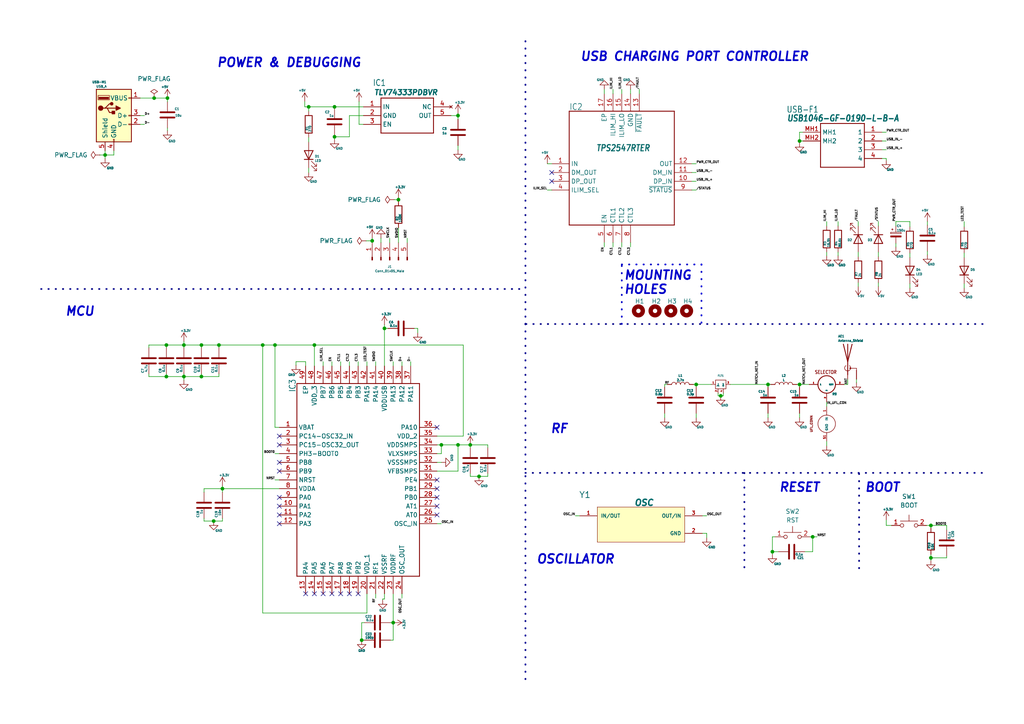
<source format=kicad_sch>
(kicad_sch (version 20211123) (generator eeschema)
  (paper "A4")
  (title_block (title "CABS") (date "2024-09-14") (company "VMTech") (comment 1 "Vaneck DJOU'OU MVONDO") (comment 3 "Charge Abort Bluetooth System"))
  (junction (at 53.34 109.22))
  (junction (at 115.57 57.912))
  (junction (at 48.26 109.22))
  (junction (at 270.002 161.798))
  (junction (at 63.5 100.076))
  (junction (at 104.902 185.674))
  (junction (at 44.704 28.448))
  (junction (at 61.976 151.13))
  (junction (at 224.028 160.02))
  (junction (at 97.028 39.6748))
  (junction (at 91.186 100.076))
  (junction (at 132.842 129.032))
  (junction (at 107.95 69.85))
  (junction (at 64.516 141.732))
  (junction (at 114.046 180.594))
  (junction (at 30.48 44.958))
  (junction (at 136.398 129.032))
  (junction (at 76.2 100.076))
  (junction (at 222.758 111.506))
  (junction (at 53.34 100.076))
  (junction (at 231.902 111.506))
  (junction (at 48.5648 28.448))
  (junction (at 128.016 129.032))
  (junction (at 58.42 100.076))
  (junction (at 48.26 100.076))
  (junction (at 111.506 95.25))
  (junction (at 89.535 30.988))
  (junction (at 231.902 40.894))
  (junction (at 138.938 138.176))
  (junction (at 58.42 109.22))
  (junction (at 97.028 30.988))
  (junction (at 201.93 111.506))
  (junction (at 79.756 100.076))
  (junction (at 270.002 152.4))
  (junction (at 209.042 114.808))
  (junction (at 132.842 33.528))
  (junction (at 235.712 155.702))
  (no_connect (at 81.026 149.352))
  (no_connect (at 91.186 172.212))
  (no_connect (at 81.026 126.492))
  (no_connect (at 81.026 136.652))
  (no_connect (at 126.746 146.812))
  (no_connect (at 126.746 144.272))
  (no_connect (at 88.646 172.212))
  (no_connect (at 81.026 134.112))
  (no_connect (at 126.746 123.952))
  (no_connect (at 81.026 129.032))
  (no_connect (at 93.726 172.212))
  (no_connect (at 101.346 172.212))
  (no_connect (at 81.026 151.892))
  (no_connect (at 126.746 141.732))
  (no_connect (at 98.806 172.212))
  (no_connect (at 81.026 144.272))
  (no_connect (at 160.02 50.038))
  (no_connect (at 126.746 149.352))
  (no_connect (at 126.746 139.192))
  (no_connect (at 103.886 172.212))
  (no_connect (at 81.026 146.812))
  (no_connect (at 96.266 172.212))
  (no_connect (at 160.02 52.578))
  (wire (pts (xy 239.776 64.262) (xy 239.776 65.532)))
  (wire (pts (xy 97.028 39.6748) (xy 97.028 40.4368)))
  (wire (pts (xy 132.842 129.032) (xy 128.016 129.032)))
  (polyline (pts (xy 203.454 76.708) (xy 203.454 93.98)) (stroke (width 0.5) (type dot)))
  (wire (pts (xy 104.14 29.464) (xy 104.14 36.068)))
  (wire (pts (xy 231.902 40.894) (xy 231.902 41.402)))
  (wire (pts (xy 58.42 109.22) (xy 63.5 109.22)))
  (wire (pts (xy 222.758 119.888) (xy 222.758 121.158)))
  (wire (pts (xy 177.8 70.358) (xy 177.8 71.628)))
  (polyline (pts (xy 152.4 93.98) (xy 152.4 197.866)) (stroke (width 0.5) (type dot) (color 0 0 132 1)))
  (wire (pts (xy 235.712 160.02) (xy 233.426 160.02)))
  (wire (pts (xy 175.26 25.908) (xy 175.26 27.178)))
  (wire (pts (xy 200.66 47.498) (xy 201.93 47.498)))
  (wire (pts (xy 30.48 43.688) (xy 30.48 44.958)))
  (wire (pts (xy 53.34 100.076) (xy 53.34 100.838)))
  (wire (pts (xy 126.746 126.492) (xy 134.366 126.492)))
  (wire (pts (xy 111.506 173.736) (xy 110.998 173.736)))
  (wire (pts (xy 79.756 139.192) (xy 81.026 139.192)))
  (wire (pts (xy 113.284 180.594) (xy 114.046 180.594)))
  (wire (pts (xy 255.778 43.434) (xy 257.048 43.434)))
  (wire (pts (xy 224.028 160.02) (xy 225.806 160.02)))
  (wire (pts (xy 244.856 111.506) (xy 245.872 111.506)))
  (wire (pts (xy 231.902 119.888) (xy 231.902 121.158)))
  (wire (pts (xy 258.572 152.4) (xy 257.048 152.4)))
  (wire (pts (xy 114.046 185.674) (xy 113.284 185.674)))
  (wire (pts (xy 106.426 104.902) (xy 106.426 106.172)))
  (wire (pts (xy 53.34 99.06) (xy 53.34 100.076)))
  (wire (pts (xy 141.478 129.032) (xy 141.478 129.794)))
  (wire (pts (xy 93.726 104.902) (xy 93.726 106.172)))
  (wire (pts (xy 48.26 100.076) (xy 53.34 100.076)))
  (wire (pts (xy 89.535 48.768) (xy 89.535 50.038)))
  (wire (pts (xy 231.902 38.354) (xy 231.902 40.894)))
  (wire (pts (xy 255.778 45.974) (xy 257.048 45.974)))
  (wire (pts (xy 58.42 100.076) (xy 63.5 100.076)))
  (wire (pts (xy 63.5 109.22) (xy 63.5 108.458)))
  (wire (pts (xy 53.34 108.458) (xy 53.34 109.22)))
  (wire (pts (xy 120.142 95.25) (xy 121.158 95.25)))
  (wire (pts (xy 209.042 114.808) (xy 209.804 114.808)))
  (wire (pts (xy 201.93 112.268) (xy 201.93 111.506)))
  (wire (pts (xy 104.902 185.674) (xy 105.664 185.674)))
  (wire (pts (xy 232.918 38.354) (xy 231.902 38.354)))
  (wire (pts (xy 192.786 119.888) (xy 192.786 121.158)))
  (wire (pts (xy 138.938 138.176) (xy 141.478 138.176)))
  (wire (pts (xy 231.902 111.506) (xy 234.696 111.506)))
  (wire (pts (xy 263.906 64.262) (xy 259.842 64.262)))
  (polyline (pts (xy 180.34 93.98) (xy 180.34 76.708)) (stroke (width 0.5) (type dot)))
  (wire (pts (xy 158.75 55.118) (xy 160.02 55.118)))
  (wire (pts (xy 192.786 112.268) (xy 192.786 111.506)))
  (wire (pts (xy 235.712 155.702) (xy 235.712 160.02)))
  (wire (pts (xy 110.49 69.088) (xy 110.49 70.358)))
  (wire (pts (xy 58.42 108.458) (xy 58.42 109.22)))
  (wire (pts (xy 270.002 152.4) (xy 270.002 153.162)))
  (wire (pts (xy 279.654 73.406) (xy 279.654 74.676)))
  (wire (pts (xy 222.758 111.506) (xy 223.52 111.506)))
  (wire (pts (xy 132.842 33.528) (xy 132.842 34.5948)))
  (wire (pts (xy 28.956 44.958) (xy 30.48 44.958)))
  (wire (pts (xy 255.778 38.354) (xy 257.048 38.354)))
  (wire (pts (xy 166.878 149.606) (xy 168.148 149.606)))
  (wire (pts (xy 88.392 30.988) (xy 89.535 30.988)))
  (wire (pts (xy 33.02 43.688) (xy 33.02 44.958)))
  (wire (pts (xy 43.18 108.458) (xy 43.18 109.22)))
  (wire (pts (xy 259.842 64.262) (xy 259.842 65.532)))
  (wire (pts (xy 231.902 112.268) (xy 231.902 111.506)))
  (wire (pts (xy 268.986 64.262) (xy 268.986 65.278)))
  (wire (pts (xy 97.028 31.496) (xy 97.028 30.988)))
  (wire (pts (xy 44.704 28.448) (xy 48.5648 28.448)))
  (wire (pts (xy 114.3 57.912) (xy 115.57 57.912)))
  (wire (pts (xy 200.66 55.118) (xy 201.93 55.118)))
  (wire (pts (xy 43.18 100.838) (xy 43.18 100.076)))
  (wire (pts (xy 107.95 69.088) (xy 107.95 69.85)))
  (wire (pts (xy 224.028 160.02) (xy 224.028 160.782)))
  (wire (pts (xy 48.26 100.076) (xy 48.26 100.838)))
  (polyline (pts (xy 11.938 83.82) (xy 152.4 83.82)) (stroke (width 0.5) (type dot) (color 0 0 132 1)))
  (wire (pts (xy 59.182 141.732) (xy 64.516 141.732)))
  (wire (pts (xy 114.046 104.902) (xy 114.046 106.172)))
  (wire (pts (xy 116.586 172.212) (xy 116.586 173.482)))
  (wire (pts (xy 245.872 111.506) (xy 245.872 109.982)))
  (polyline (pts (xy 284.988 93.98) (xy 152.4 93.98)) (stroke (width 0.5) (type dot) (color 0 0 132 1)))
  (wire (pts (xy 231.902 40.894) (xy 232.918 40.894)))
  (wire (pts (xy 40.64 33.528) (xy 41.91 33.528)))
  (wire (pts (xy 88.646 104.902) (xy 85.852 104.902)))
  (wire (pts (xy 89.535 39.878) (xy 89.535 41.148)))
  (polyline (pts (xy 152.4 137.16) (xy 284.988 137.16)) (stroke (width 0.5) (type dot) (color 0 0 132 1)))
  (wire (pts (xy 200.66 50.038) (xy 201.93 50.038)))
  (wire (pts (xy 132.842 42.2148) (xy 132.842 43.4848)))
  (wire (pts (xy 248.92 73.152) (xy 248.92 74.422)))
  (wire (pts (xy 270.002 152.4) (xy 274.574 152.4)))
  (wire (pts (xy 248.92 64.262) (xy 248.92 65.532)))
  (wire (pts (xy 64.516 151.13) (xy 64.516 150.368)))
  (wire (pts (xy 222.758 112.268) (xy 222.758 111.506)))
  (polyline (pts (xy 249.174 137.414) (xy 249.174 166.116)) (stroke (width 0.5) (type dot) (color 0 0 132 1)))
  (wire (pts (xy 235.712 155.702) (xy 236.982 155.702)))
  (wire (pts (xy 79.756 131.572) (xy 81.026 131.572)))
  (wire (pts (xy 201.93 119.888) (xy 201.93 121.158)))
  (wire (pts (xy 111.506 95.25) (xy 111.506 106.172)))
  (wire (pts (xy 106.426 172.212) (xy 106.426 177.8)))
  (wire (pts (xy 136.398 129.032) (xy 132.842 129.032)))
  (wire (pts (xy 126.746 151.892) (xy 128.016 151.892)))
  (wire (pts (xy 79.756 100.076) (xy 79.756 123.952)))
  (wire (pts (xy 136.398 129.032) (xy 141.478 129.032)))
  (wire (pts (xy 254.762 82.042) (xy 254.762 83.058)))
  (wire (pts (xy 53.34 109.22) (xy 53.34 110.236)))
  (wire (pts (xy 263.906 64.262) (xy 263.906 65.786)))
  (wire (pts (xy 59.182 151.13) (xy 61.976 151.13)))
  (wire (pts (xy 76.2 100.076) (xy 79.756 100.076)))
  (wire (pts (xy 259.842 70.612) (xy 259.842 71.628)))
  (wire (pts (xy 257.048 45.974) (xy 257.048 46.482)))
  (wire (pts (xy 85.852 104.902) (xy 85.852 105.918)))
  (wire (pts (xy 192.786 111.506) (xy 193.548 111.506)))
  (wire (pts (xy 48.26 109.22) (xy 53.34 109.22)))
  (polyline (pts (xy 152.4 93.98) (xy 152.4 83.82)) (stroke (width 0.5) (type dot) (color 0 0 132 1)))
  (wire (pts (xy 40.64 36.068) (xy 41.91 36.068)))
  (wire (pts (xy 48.26 108.458) (xy 48.26 109.22)))
  (wire (pts (xy 64.516 141.732) (xy 81.026 141.732)))
  (wire (pts (xy 107.95 69.85) (xy 107.95 70.358)))
  (wire (pts (xy 254.762 64.262) (xy 254.762 65.532)))
  (polyline (pts (xy 215.9 137.16) (xy 215.9 165.862)) (stroke (width 0.5) (type dot) (color 0 0 132 1)))
  (wire (pts (xy 243.078 64.262) (xy 243.078 65.532)))
  (wire (pts (xy 108.966 172.212) (xy 108.966 173.482)))
  (wire (pts (xy 43.18 100.076) (xy 48.26 100.076)))
  (wire (pts (xy 177.8 25.908) (xy 177.8 27.178)))
  (wire (pts (xy 268.986 72.898) (xy 268.986 73.914)))
  (wire (pts (xy 130.81 33.528) (xy 132.842 33.528)))
  (wire (pts (xy 136.398 138.176) (xy 138.938 138.176)))
  (wire (pts (xy 119.126 104.902) (xy 119.126 106.172)))
  (wire (pts (xy 263.906 82.296) (xy 263.906 83.566)))
  (wire (pts (xy 158.75 47.498) (xy 160.02 47.498)))
  (wire (pts (xy 48.5648 28.448) (xy 48.5648 29.5148)))
  (wire (pts (xy 59.182 142.748) (xy 59.182 141.732)))
  (wire (pts (xy 132.842 136.652) (xy 132.842 129.032)))
  (wire (pts (xy 185.42 25.908) (xy 185.42 27.178)))
  (wire (pts (xy 270.002 161.798) (xy 270.002 162.56)))
  (wire (pts (xy 136.398 129.794) (xy 136.398 129.032)))
  (wire (pts (xy 43.18 109.22) (xy 48.26 109.22)))
  (wire (pts (xy 243.078 73.152) (xy 243.078 74.168)))
  (wire (pts (xy 53.34 109.22) (xy 58.42 109.22)))
  (polyline (pts (xy 180.34 76.708) (xy 203.454 76.708)) (stroke (width 0.5) (type dot)))
  (wire (pts (xy 98.806 104.902) (xy 98.806 106.172)))
  (wire (pts (xy 263.906 73.406) (xy 263.906 74.676)))
  (wire (pts (xy 48.5648 37.1348) (xy 48.5648 37.8968)))
  (wire (pts (xy 203.708 149.606) (xy 204.978 149.606)))
  (wire (pts (xy 248.412 109.982) (xy 248.412 110.998)))
  (wire (pts (xy 30.48 44.958) (xy 30.48 45.974)))
  (wire (pts (xy 111.506 172.212) (xy 111.506 173.736)))
  (wire (pts (xy 128.016 129.032) (xy 128.016 131.572)))
  (wire (pts (xy 76.2 100.076) (xy 76.2 177.8)))
  (wire (pts (xy 108.966 104.902) (xy 108.966 106.172)))
  (wire (pts (xy 180.34 25.908) (xy 180.34 27.178)))
  (wire (pts (xy 255.778 40.894) (xy 257.048 40.894)))
  (wire (pts (xy 274.574 153.67) (xy 274.574 152.4)))
  (wire (pts (xy 105.41 33.528) (xy 101.346 33.528)))
  (wire (pts (xy 234.95 155.702) (xy 235.712 155.702)))
  (wire (pts (xy 180.34 70.358) (xy 180.34 71.628)))
  (wire (pts (xy 58.42 100.076) (xy 58.42 100.838)))
  (wire (pts (xy 96.266 104.902) (xy 96.266 106.172)))
  (wire (pts (xy 270.002 161.798) (xy 274.574 161.798)))
  (wire (pts (xy 30.48 44.958) (xy 33.02 44.958)))
  (wire (pts (xy 279.654 64.262) (xy 279.654 65.786)))
  (wire (pts (xy 106.172 69.85) (xy 107.95 69.85)))
  (wire (pts (xy 64.516 141.732) (xy 64.516 142.748)))
  (wire (pts (xy 224.79 155.702) (xy 224.028 155.702)))
  (wire (pts (xy 118.11 69.088) (xy 118.11 70.358)))
  (wire (pts (xy 134.366 100.076) (xy 91.186 100.076)))
  (wire (pts (xy 88.392 30.988) (xy 88.392 29.464)))
  (wire (pts (xy 141.478 138.176) (xy 141.478 137.414)))
  (wire (pts (xy 224.028 155.702) (xy 224.028 160.02)))
  (wire (pts (xy 101.346 104.902) (xy 101.346 106.172)))
  (wire (pts (xy 203.708 154.686) (xy 204.978 154.686)))
  (wire (pts (xy 134.366 126.492) (xy 134.366 100.076)))
  (wire (pts (xy 111.506 95.25) (xy 112.522 95.25)))
  (wire (pts (xy 274.574 161.29) (xy 274.574 161.798)))
  (wire (pts (xy 63.5 100.076) (xy 63.5 100.838)))
  (wire (pts (xy 201.93 111.506) (xy 206.248 111.506)))
  (wire (pts (xy 114.046 172.212) (xy 114.046 180.594)))
  (wire (pts (xy 79.756 100.076) (xy 91.186 100.076)))
  (wire (pts (xy 175.26 70.358) (xy 175.26 71.628)))
  (wire (pts (xy 97.028 39.116) (xy 97.028 39.6748)))
  (wire (pts (xy 106.426 177.8) (xy 76.2 177.8)))
  (wire (pts (xy 126.746 129.032) (xy 128.016 129.032)))
  (wire (pts (xy 101.346 39.6748) (xy 97.028 39.6748)))
  (wire (pts (xy 88.646 106.172) (xy 88.646 104.902)))
  (wire (pts (xy 254.762 73.152) (xy 254.762 74.422)))
  (wire (pts (xy 248.92 82.042) (xy 248.92 83.058)))
  (wire (pts (xy 53.34 100.076) (xy 58.42 100.076)))
  (wire (pts (xy 239.776 116.586) (xy 239.776 117.856)))
  (wire (pts (xy 200.66 52.578) (xy 201.93 52.578)))
  (wire (pts (xy 136.398 137.414) (xy 136.398 138.176)))
  (wire (pts (xy 104.14 36.068) (xy 105.41 36.068)))
  (wire (pts (xy 113.03 69.088) (xy 113.03 70.358)))
  (wire (pts (xy 115.57 66.04) (xy 115.57 70.358)))
  (wire (pts (xy 59.182 150.368) (xy 59.182 151.13)))
  (wire (pts (xy 208.28 114.808) (xy 209.042 114.808)))
  (wire (pts (xy 103.886 104.902) (xy 103.886 106.172)))
  (wire (pts (xy 97.028 30.988) (xy 105.41 30.988)))
  (wire (pts (xy 64.516 140.97) (xy 64.516 141.732)))
  (wire (pts (xy 114.046 180.594) (xy 114.046 185.674)))
  (wire (pts (xy 201.93 111.506) (xy 201.168 111.506)))
  (wire (pts (xy 279.654 82.296) (xy 279.654 83.566)))
  (wire (pts (xy 208.28 114.046) (xy 208.28 114.808)))
  (wire (pts (xy 121.158 95.25) (xy 121.158 96.52)))
  (wire (pts (xy 79.756 123.952) (xy 81.026 123.952)))
  (wire (pts (xy 126.746 134.112) (xy 128.016 134.112)))
  (wire (pts (xy 209.804 114.046) (xy 209.804 114.808)))
  (wire (pts (xy 115.57 57.404) (xy 115.57 57.912)))
  (wire (pts (xy 101.346 33.528) (xy 101.346 39.6748)))
  (wire (pts (xy 128.016 131.572) (xy 126.746 131.572)))
  (wire (pts (xy 182.88 25.908) (xy 182.88 27.178)))
  (wire (pts (xy 126.746 136.652) (xy 132.842 136.652)))
  (wire (pts (xy 111.506 94.234) (xy 111.506 95.25)))
  (polyline (pts (xy 152.4 11.938) (xy 152.4 83.82)) (stroke (width 0.5) (type dot) (color 0 0 132 1)))
  (wire (pts (xy 104.902 180.594) (xy 104.902 185.674)))
  (wire (pts (xy 132.842 32.8676) (xy 132.842 33.528)))
  (wire (pts (xy 63.5 100.076) (xy 76.2 100.076)))
  (wire (pts (xy 89.535 32.258) (xy 89.535 30.988)))
  (wire (pts (xy 239.776 73.152) (xy 239.776 74.168)))
  (wire (pts (xy 105.664 180.594) (xy 104.902 180.594)))
  (wire (pts (xy 91.186 100.076) (xy 91.186 106.172)))
  (wire (pts (xy 239.776 128.016) (xy 239.776 129.286)))
  (wire (pts (xy 268.732 152.4) (xy 270.002 152.4)))
  (wire (pts (xy 204.978 154.686) (xy 204.978 155.956)))
  (wire (pts (xy 211.836 111.506) (xy 222.758 111.506)))
  (wire (pts (xy 270.002 160.782) (xy 270.002 161.798)))
  (wire (pts (xy 61.976 151.13) (xy 64.516 151.13)))
  (wire (pts (xy 182.88 70.358) (xy 182.88 71.628)))
  (wire (pts (xy 257.048 150.876) (xy 257.048 152.4)))
  (wire (pts (xy 110.998 173.736) (xy 110.998 173.99)))
  (wire (pts (xy 115.57 57.912) (xy 115.57 58.42)))
  (wire (pts (xy 231.902 111.506) (xy 231.14 111.506)))
  (wire (pts (xy 89.535 30.988) (xy 97.028 30.988)))
  (wire (pts (xy 116.586 104.902) (xy 116.586 106.172)))
  (wire (pts (xy 40.64 28.448) (xy 44.704 28.448)))
  (text "OSCILLATOR" (at 155.448 163.83 0) (effects (font (size 2.54 2.54) bold italic) (justify left bottom)))
  (text "MCU" (at 18.796 91.948 0) (effects (font (size 2.54 2.54) bold italic) (justify left bottom)))
  (text "RESET" (at 225.806 143.002 0) (effects (font (size 2.54 2.54) bold italic) (justify left bottom)))
  (text "BOOT" (at 250.698 143.002 0) (effects (font (size 2.54 2.54) bold italic) (justify left bottom)))
  (text "POWER & DEBUGGING" (at 62.738 19.812 0) (effects (font (size 2.54 2.54) bold italic) (justify left bottom)))
  (text "USB CHARGING PORT CONTROLLER" (at 168.148 18.034 0) (effects (font (size 2.54 2.54) bold italic) (justify left bottom)))
  (text "MOUNTING\nHOLES" (at 180.848 85.598 0) (effects (font (size 2.54 2.54) (thickness 0.508) bold italic) (justify left bottom)))
  (text "RF" (at 159.512 125.984 0) (effects (font (size 2.54 2.54) bold italic) (justify left bottom)))
  (label "MATCH_NET_IN" (at 219.964 111.506 90) (effects (font (size 0.635 0.635))))
  (label "OSC_OUT" (at 116.586 173.482 270) (effects (font (size 0.635 0.635))))
  (label "SWCLK" (at 113.03 69.088 90) (effects (font (size 0.635 0.635))))
  (label "PWR_CTR_OUT" (at 259.842 64.262 90) (effects (font (size 0.635 0.635))))
  (label "NRST" (at 118.11 69.088 90) (effects (font (size 0.635 0.635))))
  (label "ILIM_SEL" (at 93.726 104.902 90) (effects (font (size 0.635 0.635))))
  (label "CTL3" (at 103.886 104.902 90) (effects (font (size 0.635 0.635))))
  (label "SWDIO" (at 108.966 104.902 90) (effects (font (size 0.635 0.635))))
  (label "OSC_IN" (at 166.878 149.606 180) (effects (font (size 0.635 0.635))))
  (label "SWCLK" (at 114.046 104.902 90) (effects (font (size 0.635 0.635))))
  (label "{slash}FAULT" (at 185.42 25.908 90) (effects (font (size 0.635 0.635))))
  (label "NRST" (at 236.982 155.702 0) (effects (font (size 0.635 0.635))))
  (label "ILIM_LO" (at 180.34 25.908 90) (effects (font (size 0.635 0.635))))
  (label "CTL2" (at 101.346 104.902 90) (effects (font (size 0.635 0.635))))
  (label "IN_UFL_CON" (at 239.776 117.348 0) (effects (font (size 0.635 0.635))))
  (label "LED_TEST" (at 106.426 104.902 90) (effects (font (size 0.635 0.635))))
  (label "D-" (at 41.91 36.068 0) (effects (font (size 0.635 0.635))))
  (label "ILIM_HI" (at 177.8 25.908 90) (effects (font (size 0.635 0.635))))
  (label "RF" (at 192.786 111.506 0) (effects (font (size 0.635 0.635))))
  (label "BOOT0" (at 79.756 131.572 180) (effects (font (size 0.635 0.635))))
  (label "PWR_CTR_OUT" (at 257.048 38.354 0) (effects (font (size 0.635 0.635))))
  (label "EN" (at 96.266 104.902 90) (effects (font (size 0.635 0.635))))
  (label "USB_IN_-" (at 257.048 40.894 0) (effects (font (size 0.635 0.635))))
  (label "ANT" (at 245.872 111.506 90) (effects (font (size 0.635 0.635))))
  (label "USB_IN_-" (at 201.93 50.038 0) (effects (font (size 0.635 0.635))))
  (label "EN" (at 175.26 71.628 270) (effects (font (size 0.635 0.635))))
  (label "CTL1" (at 177.8 71.628 270) (effects (font (size 0.635 0.635))))
  (label "CTL3" (at 182.88 71.628 270) (effects (font (size 0.635 0.635))))
  (label "CTL1" (at 98.806 104.902 90) (effects (font (size 0.635 0.635))))
  (label "CTL2" (at 180.34 71.628 270) (effects (font (size 0.635 0.635))))
  (label "OSC_IN" (at 128.016 151.892 0) (effects (font (size 0.635 0.635))))
  (label "LED_TEST" (at 279.654 64.262 90) (effects (font (size 0.635 0.635))))
  (label "BOOT0" (at 271.272 152.4 0) (effects (font (size 0.635 0.635))))
  (label "PWR_CTR_OUT" (at 201.93 47.498 0) (effects (font (size 0.635 0.635))))
  (label "D+" (at 116.586 104.902 90) (effects (font (size 0.635 0.635))))
  (label "NRST" (at 79.756 139.192 180) (effects (font (size 0.635 0.635))))
  (label "USB_IN_+" (at 201.93 52.578 0) (effects (font (size 0.635 0.635))))
  (label "ILIM_LO" (at 243.078 64.262 90) (effects (font (size 0.635 0.635))))
  (label "{slash}STATUS" (at 201.93 55.118 0) (effects (font (size 0.635 0.635))))
  (label "ILIM_HI" (at 239.776 64.262 90) (effects (font (size 0.635 0.635))))
  (label "{slash}FAULT" (at 248.92 64.262 90) (effects (font (size 0.635 0.635))))
  (label "D+" (at 41.91 33.528 0) (effects (font (size 0.635 0.635))))
  (label "{slash}STATUS" (at 254.762 64.262 90) (effects (font (size 0.635 0.635))))
  (label "D-" (at 119.126 104.902 90) (effects (font (size 0.635 0.635))))
  (label "USB_IN_+" (at 257.048 43.434 0) (effects (font (size 0.635 0.635))))
  (label "ILIM_SEL" (at 158.75 55.118 180) (effects (font (size 0.635 0.635))))
  (label "OSC_OUT" (at 204.978 149.606 0) (effects (font (size 0.635 0.635))))
  (label "RF" (at 108.966 173.482 270) (effects (font (size 0.635 0.635))))
  (label "MATCH_NET_OUT" (at 233.68 111.506 90) (effects (font (size 0.635 0.635))))
  (label "SWDIO" (at 115.57 69.088 90) (effects (font (size 0.635 0.635))))
  (symbol (lib_id "Device:R") (at 243.078 69.342 180) (unit 1)
    (property "Reference" "R4" (at 242.57 70.612 90) (effects (font (size 0.635 0.635))))
    (property "Value" "80.6k" (at 243.586 70.358 90) (effects (font (size 0.635 0.635))))
    (property "Footprint" "Resistor_SMD:R_0402_1005Metric" (effects hide))
  )
  (symbol (lib_id "power:GND") (at 175.26 25.908 180) (unit 1)
    (property "Reference" "#PWR01" (effects hide))
    (property "Value" "GND" (at 174.117 23.1648 0) (effects (font (size 0.635 0.635))))
  )
  (symbol (lib_id "power:GND") (at 204.978 155.956 0) (unit 1)
    (property "Reference" "#PWR045" (effects hide))
    (property "Value" "GND" (at 206.4766 158.7246 0) (effects (font (size 0.635 0.635))))
  )
  (symbol (lib_id "power:+3.3V") (at 136.398 129.032 0) (unit 1)
    (property "Reference" "#PWR038" (effects hide))
    (property "Value" "+3.3V" (at 136.906 125.8824 0) (effects (font (size 0.635 0.635))))
  )
  (symbol (lib_id "power:GND") (at 48.5648 37.8968 0) (unit 1)
    (property "Reference" "#PWR07" (effects hide))
    (property "Value" "GND" (at 49.8856 40.9448 0) (effects (font (size 0.635 0.635))))
  )
  (symbol (lib_id "power:GND") (at 128.016 134.112 90) (unit 1)
    (property "Reference" "#PWR040" (effects hide))
    (property "Value" "GND" (at 131.064 132.7912 0) (effects (font (size 0.635 0.635))))
  )
  (symbol (lib_id "power:GND") (at 89.535 50.038 0) (unit 1)
    (property "Reference" "#PWR014" (effects hide))
    (property "Value" "GND" (at 90.932 52.6542 0) (effects (font (size 0.635 0.635))))
  )
  (symbol (lib_name "SW_Push_1") (lib_id "Switch:SW_Push") (at 229.87 155.702 0) (unit 1)
    (property "Reference" "SW2" (at 229.87 148.336 0))
    (property "Value" "RST" (at 229.87 150.876 0))
    (property "Footprint" "FootprintInternet:KXT311LHS" (effects hide))
    (property "Datasheet" "https://www.mouser.fr/datasheet/2/240/kxt3-3175036.pdf" (effects hide))
  )
  (symbol (lib_id "Device:C") (at 59.182 146.558 0) (mirror x) (unit 1)
    (property "Reference" "C18" (at 57.404 150.114 90) (effects (font (size 0.635 0.635)) (justify right)))
    (property "Value" "1u" (at 58.42 149.098 90) (effects (font (size 0.635 0.635)) (justify right)))
    (property "Footprint" "Capacitor_SMD:C_0402_1005Metric" (effects hide))
  )
  (symbol (lib_id "Device:LED") (at 248.92 69.342 270) (unit 1)
    (property "Reference" "D2" (at 247.142 69.596 90) (effects (font (size 0.635 0.635)) (justify right)))
    (property "Value" "fault" (effects hide))
    (property "Footprint" "FootprintInternet:LEDC1608X80N" (effects hide))
  )
  (symbol (lib_id "power:+3.3V") (at 53.34 99.06 0) (unit 1)
    (property "Reference" "#PWR029" (effects hide))
    (property "Value" "+3.3V" (at 53.848 95.9104 0) (effects (font (size 0.635 0.635))))
  )
  (symbol (lib_id "power:GND") (at 97.028 40.4368 0) (unit 1)
    (property "Reference" "#PWR08" (effects hide))
    (property "Value" "GND" (at 98.425 43.053 0) (effects (font (size 0.635 0.635))))
  )
  (symbol (lib_id "power:GND") (at 248.412 110.998 0) (unit 1)
    (property "Reference" "#PWR032" (effects hide))
    (property "Value" "GND" (at 249.555 113.7412 0) (effects (font (size 0.635 0.635))))
  )
  (symbol (lib_id "power:GND") (at 270.002 162.56 0) (unit 1)
    (property "Reference" "#PWR047" (effects hide))
    (property "Value" "GND" (at 271.5006 165.3286 0) (effects (font (size 0.635 0.635))))
  )
  (symbol (lib_id "power:PWR_FLAG") (at 28.956 44.958 90) (unit 1)
    (property "Reference" "#FLG02" (effects hide))
    (property "Value" "PWR_FLAG" (at 25.4 44.9579 90) (effects (justify left)))
  )
  (symbol (lib_id "Device:C") (at 97.028 35.306 0) (mirror y) (unit 1)
    (property "Reference" "C2" (at 94.234 32.512 0) (effects (font (size 0.635 0.635)) (justify right)))
    (property "Value" "1u" (at 95.504 33.528 0) (effects (font (size 0.635 0.635)) (justify right)))
    (property "Footprint" "Capacitor_SMD:C_0402_1005Metric" (effects hide))
  )
  (symbol (lib_id "Device:C") (at 109.474 180.594 90) (mirror x) (unit 1)
    (property "Reference" "C22" (at 105.918 178.816 90) (effects (font (size 0.635 0.635)) (justify right)))
    (property "Value" "0.1u" (at 106.172 179.832 90) (effects (font (size 0.635 0.635)) (justify right)))
    (property "Footprint" "Capacitor_SMD:C_0402_1005Metric" (effects hide))
  )
  (symbol (lib_id "Device:C") (at 136.398 133.604 0) (mirror x) (unit 1)
    (property "Reference" "C16" (at 134.62 137.16 90) (effects (font (size 0.635 0.635)) (justify right)))
    (property "Value" "4.7u" (at 135.636 136.906 90) (effects (font (size 0.635 0.635)) (justify right)))
    (property "Footprint" "Capacitor_SMD:C_0402_1005Metric" (effects hide))
  )
  (symbol (lib_id "Dongle_charger-eagle-import:DLF162500LT-5028A1") (at 209.042 111.506 0) (unit 1)
    (property "Reference" "FLT1" (at 209.042 108.966 0) (effects (font (size 0.508 0.508))))
    (property "Value" "DLF162500LT-5028A1" (effects hide))
    (property "Footprint" "FootprintInternet:DEA160915LT-1169" (effects hide))
  )
  (symbol (lib_id "Device:Antenna_Shield") (at 245.872 104.902 0) (unit 1)
    (property "Reference" "AE1" (at 243.078 97.536 0) (effects (font (size 0.635 0.635)) (justify left)))
    (property "Value" "Antenna_Shield" (at 243.078 98.806 0) (effects (font (size 0.635 0.635)) (justify left)))
    (property "Footprint" "RF_Antenna:Texas_SWRA117D_2.4GHz_Right" (effects hide))
  )
  (symbol (lib_id "power:GND") (at 231.902 121.158 0) (unit 1)
    (property "Reference" "#PWR037" (effects hide))
    (property "Value" "GND" (at 233.045 123.9012 0) (effects (font (size 0.635 0.635))))
  )
  (symbol (lib_id "power:GND") (at 110.998 173.99 0) (unit 1)
    (property "Reference" "#PWR048" (effects hide))
    (property "Value" "GND" (at 110.998 177.038 0) (effects (font (size 0.635 0.635))))
  )
  (symbol (lib_id "Device:R") (at 248.92 78.232 180) (unit 1)
    (property "Reference" "R7" (at 248.412 79.502 90) (effects (font (size 0.635 0.635))))
    (property "Value" "2k" (at 249.428 79.756 90) (effects (font (size 0.635 0.635))))
    (property "Footprint" "Resistor_SMD:R_0402_1005Metric" (effects hide))
  )
  (symbol (lib_id "power:+5V") (at 268.986 64.262 0) (unit 1)
    (property "Reference" "#PWR016" (effects hide))
    (property "Value" "+5V" (at 268.224 61.0108 0) (effects (font (size 0.635 0.635))))
  )
  (symbol (lib_id "power:GND") (at 239.776 74.168 0) (unit 1)
    (property "Reference" "#PWR021" (effects hide))
    (property "Value" "GND" (at 240.919 76.9112 0) (effects (font (size 0.635 0.635))))
  )
  (symbol (lib_id "power:+3.3V") (at 132.842 32.8676 0) (unit 1)
    (property "Reference" "#PWR06" (effects hide))
    (property "Value" "+3.3V" (at 133.35 29.718 0) (effects (font (size 0.635 0.635))))
  )
  (symbol (lib_id "Device:C") (at 268.986 69.088 0) (mirror y) (unit 1)
    (property "Reference" "C5" (at 269.24 66.548 0) (effects (font (size 0.635 0.635)) (justify right)))
    (property "Value" "0.1u" (at 269.24 67.564 0) (effects (font (size 0.635 0.635)) (justify right)))
    (property "Footprint" "Capacitor_SMD:C_0402_1005Metric" (effects hide))
  )
  (symbol (lib_id "power:GND") (at 182.88 25.908 180) (unit 1)
    (property "Reference" "#PWR02" (effects hide))
    (property "Value" "GND" (at 181.737 23.1648 0) (effects (font (size 0.635 0.635))))
  )
  (symbol (lib_id "Device:LED") (at 89.535 44.958 90) (unit 1)
    (property "Reference" "D1" (at 91.313 45.339 90) (effects (font (size 0.635 0.635)) (justify right)))
    (property "Value" "LED" (at 91.313 46.609 90) (effects (font (size 0.635 0.635)) (justify right)))
    (property "Footprint" "FootprintInternet:LEDC1608X80N" (effects hide))
  )
  (symbol (lib_id "power:+5V") (at 107.95 69.088 0) (unit 1)
    (property "Reference" "#PWR?" (effects hide))
    (property "Value" "+5V" (at 107.188 65.8368 0) (effects (font (size 0.635 0.635))))
  )
  (symbol (lib_id "power:+3.3V") (at 64.516 140.97 0) (unit 1)
    (property "Reference" "#PWR042" (effects hide))
    (property "Value" "+3.3V" (at 65.024 137.8204 0) (effects (font (size 0.635 0.635))))
  )
  (symbol (lib_id "Device:C") (at 58.42 104.648 0) (mirror x) (unit 1)
    (property "Reference" "C10" (at 56.642 108.204 90) (effects (font (size 0.635 0.635)) (justify right)))
    (property "Value" "0.1u" (at 57.658 107.95 90) (effects (font (size 0.635 0.635)) (justify right)))
    (property "Footprint" "Capacitor_SMD:C_0402_1005Metric" (effects hide))
  )
  (symbol (lib_id "Device:R") (at 279.654 69.596 180) (unit 1)
    (property "Reference" "R6" (at 279.146 70.866 90) (effects (font (size 0.635 0.635))))
    (property "Value" "270" (at 280.162 71.12 90) (effects (font (size 0.635 0.635))))
    (property "Footprint" "Resistor_SMD:R_0402_1005Metric" (effects hide))
  )
  (symbol (lib_id "power:PWR_FLAG") (at 114.3 57.912 90) (unit 1)
    (property "Reference" "#FLG03" (effects hide))
    (property "Value" "PWR_FLAG" (at 110.49 57.9119 90) (effects (justify left)))
  )
  (symbol (lib_id "power:+3.3V") (at 115.57 57.404 0) (unit 1)
    (property "Reference" "#PWR015" (effects hide))
    (property "Value" "+3.3V" (at 116.078 54.2544 0) (effects (font (size 0.635 0.635))))
  )
  (symbol (lib_id "Device:C") (at 132.842 38.4048 0) (mirror y) (unit 1)
    (property "Reference" "C3" (at 128.2192 37.338 0) (effects (font (size 0.635 0.635)) (justify right)))
    (property "Value" "1u" (at 128.27 38.608 0) (effects (font (size 0.635 0.635)) (justify right)))
    (property "Footprint" "Capacitor_SMD:C_0402_1005Metric" (effects hide))
  )
  (symbol (lib_id "power:GND") (at 61.976 151.13 0) (unit 1)
    (property "Reference" "#PWR044" (effects hide))
    (property "Value" "GND" (at 63.4746 153.8986 0) (effects (font (size 0.635 0.635))))
  )
  (symbol (lib_id "Device:C") (at 43.18 104.648 0) (mirror x) (unit 1)
    (property "Reference" "C7" (at 41.402 108.204 90) (effects (font (size 0.635 0.635)) (justify right)))
    (property "Value" "4.7u" (at 42.418 107.95 90) (effects (font (size 0.635 0.635)) (justify right)))
    (property "Footprint" "Capacitor_SMD:C_0402_1005Metric" (effects hide))
  )
  (symbol (lib_id "power:+5V") (at 48.5648 28.448 0) (unit 1)
    (property "Reference" "#PWR03" (effects hide))
    (property "Value" "+5V" (at 47.8028 25.1968 0) (effects (font (size 0.635 0.635))))
  )
  (symbol (lib_id "Dongle_charger-eagle-import:3_PIN_RES") (at 239.776 111.506 0) (unit 1)
    (property "Reference" "R9" (at 242.062 114.3 0) (effects (font (size 0.635 0.635))))
    (property "Value" "3_PIN_RES" (effects hide))
    (property "Footprint" "FootprintInternet:SELECTOR" (effects hide))
  )
  (symbol (lib_id "power:GND") (at 121.158 96.52 0) (unit 1)
    (property "Reference" "#PWR028" (effects hide))
    (property "Value" "GND" (at 122.6566 99.2886 0) (effects (font (size 0.635 0.635))))
  )
  (symbol (lib_id "power:GND") (at 243.078 74.168 0) (unit 1)
    (property "Reference" "#PWR022" (effects hide))
    (property "Value" "GND" (at 244.221 76.9112 0) (effects (font (size 0.635 0.635))))
  )
  (symbol (lib_id "Device:C") (at 231.902 116.078 0) (mirror y) (unit 1)
    (property "Reference" "C15" (at 229.108 113.538 0) (effects (font (size 0.635 0.635)) (justify right)))
    (property "Value" "1u" (at 230.378 114.554 0) (effects (font (size 0.635 0.635)) (justify right)))
    (property "Footprint" "Capacitor_SMD:C_0402_1005Metric" (effects hide))
  )
  (symbol (lib_id "Mechanical:MountingHole") (at 189.992 90.17 0) (unit 1)
    (property "Reference" "H2" (at 188.976 87.376 0) (effects (justify left)))
    (property "Value" "MountingHole" (effects hide))
    (property "Footprint" "MountingHole:MountingHole_2.7mm_M2.5_ISO14580" (effects hide))
  )
  (symbol (lib_id "Connectors2:USB_A") (at 33.02 33.528 0) (unit 1)
    (property "Reference" "USB-M1" (at 28.8036 23.7998 0) (effects (font (size 0.635 0.635))))
    (property "Value" "USB_A" (at 29.4386 25.0698 0) (effects (font (size 0.635 0.635) bold)))
    (property "Footprint" "FootprintInternet:GCT_USB1061-XX-X-X_REVA" (effects hide))
    (property "Datasheet" " ~" (effects hide))
  )
  (symbol (lib_id "Device:C") (at 192.786 116.078 0) (mirror y) (unit 1)
    (property "Reference" "C12" (at 189.992 113.284 0) (effects (font (size 0.635 0.635)) (justify right)))
    (property "Value" "0.8p" (at 189.992 114.3 0) (effects (font (size 0.635 0.635)) (justify right)))
    (property "Footprint" "Capacitor_SMD:C_0402_1005Metric" (effects hide))
  )
  (symbol (lib_id "Device:R") (at 263.906 69.596 180) (unit 1)
    (property "Reference" "R5" (at 263.398 70.866 90) (effects (font (size 0.635 0.635))))
    (property "Value" "270" (at 264.414 71.12 90) (effects (font (size 0.635 0.635))))
    (property "Footprint" "Resistor_SMD:R_0402_1005Metric" (effects hide))
  )
  (symbol (lib_id "power:GND") (at 231.902 41.402 0) (unit 1)
    (property "Reference" "#PWR09" (effects hide))
    (property "Value" "GND" (at 233.045 44.1452 0) (effects (font (size 0.635 0.635))))
  )
  (symbol (lib_id "power:+3.3V") (at 111.506 94.234 0) (unit 1)
    (property "Reference" "#PWR027" (effects hide))
    (property "Value" "+3.3V" (at 112.014 91.0844 0) (effects (font (size 0.635 0.635))))
  )
  (symbol (lib_id "power:GND") (at 259.842 71.628 0) (unit 1)
    (property "Reference" "#PWR019" (effects hide))
    (property "Value" "GND" (at 260.985 74.3712 0) (effects (font (size 0.635 0.635))))
  )
  (symbol (lib_id "power:GND") (at 239.776 129.286 0) (unit 1)
    (property "Reference" "#PWR039" (effects hide))
    (property "Value" "GND" (at 240.919 132.0292 0) (effects (font (size 0.635 0.635))))
  )
  (symbol (lib_id "Device:R") (at 239.776 69.342 180) (unit 1)
    (property "Reference" "R3" (at 239.268 70.612 90) (effects (font (size 0.635 0.635))))
    (property "Value" "16.9k" (at 240.284 70.358 90) (effects (font (size 0.635 0.635))))
    (property "Footprint" "Resistor_SMD:R_0402_1005Metric" (effects hide))
  )
  (symbol (lib_id "Device:C") (at 141.478 133.604 0) (mirror x) (unit 1)
    (property "Reference" "C17" (at 139.7 137.16 90) (effects (font (size 0.635 0.635)) (justify right)))
    (property "Value" "0.1u" (at 140.716 136.906 90) (effects (font (size 0.635 0.635)) (justify right)))
    (property "Footprint" "Capacitor_SMD:C_0402_1005Metric" (effects hide))
  )
  (symbol (lib_id "power:+5V") (at 254.762 83.058 180) (unit 1)
    (property "Reference" "#PWR024" (effects hide))
    (property "Value" "+5V" (at 255.524 85.852 0) (effects (font (size 0.635 0.635))))
  )
  (symbol (lib_id "Mechanical:MountingHole") (at 194.564 90.17 0) (unit 1)
    (property "Reference" "H3" (at 193.548 87.376 0) (effects (justify left)))
    (property "Value" "MountingHole" (effects hide))
    (property "Footprint" "MountingHole:MountingHole_2.7mm_M2.5_ISO14580" (effects hide))
  )
  (symbol (lib_id "power:GND") (at 30.48 45.974 0) (unit 1)
    (property "Reference" "#PWR011" (effects hide))
    (property "Value" "GND" (at 31.9786 48.7426 0) (effects (font (size 0.635 0.635))))
  )
  (symbol (lib_id "power:GND") (at 222.758 121.158 0) (unit 1)
    (property "Reference" "#PWR036" (effects hide))
    (property "Value" "GND" (at 223.901 123.9012 0) (effects (font (size 0.635 0.635))))
  )
  (symbol (lib_id "power:PWR_FLAG") (at 44.704 28.448 0) (unit 1)
    (property "Reference" "#FLG01" (effects hide))
    (property "Value" "PWR_FLAG" (at 44.704 22.86 0))
  )
  (symbol (lib_id "power:+5V") (at 104.14 29.464 0) (unit 1)
    (property "Reference" "#PWR05" (effects hide))
    (property "Value" "+5V" (at 103.378 26.2128 0) (effects (font (size 0.635 0.635))))
  )
  (symbol (lib_id "power:GND") (at 110.49 69.088 180) (unit 1)
    (property "Reference" "#PWR018" (effects hide))
    (property "Value" "GND" (at 109.982 66.04 0) (effects (font (size 0.635 0.635))))
  )
  (symbol (lib_id "Device:C") (at 222.758 116.078 0) (mirror y) (unit 1)
    (property "Reference" "C14" (at 219.964 113.538 0) (effects (font (size 0.635 0.635)) (justify right)))
    (property "Value" "1u" (at 221.234 114.554 0) (effects (font (size 0.635 0.635)) (justify right)))
    (property "Footprint" "Capacitor_SMD:C_0402_1005Metric" (effects hide))
  )
  (symbol (lib_id "Device:R") (at 115.57 62.23 180) (unit 1)
    (property "Reference" "R2" (at 115.189 63.373 90) (effects (font (size 0.635 0.635))))
    (property "Value" "100K" (at 116.078 63.246 90) (effects (font (size 0.635 0.635))))
    (property "Footprint" "Resistor_SMD:R_0402_1005Metric" (effects hide))
  )
  (symbol (lib_id "power:+5V") (at 88.392 29.464 0) (unit 1)
    (property "Reference" "#PWR04" (effects hide))
    (property "Value" "+5V" (at 87.63 26.2128 0) (effects (font (size 0.635 0.635))))
  )
  (symbol (lib_id "Device:R") (at 89.535 36.068 180) (unit 1)
    (property "Reference" "R1" (at 89.027 37.211 90) (effects (font (size 0.635 0.635))))
    (property "Value" "270" (at 89.916 37.338 90) (effects (font (size 0.635 0.635))))
    (property "Footprint" "Resistor_SMD:R_0402_1005Metric" (effects hide))
  )
  (symbol (lib_id "Device:LED") (at 263.906 78.486 90) (unit 1)
    (property "Reference" "D4" (at 265.684 78.232 90) (effects (font (size 0.635 0.635)) (justify right)))
    (property "Value" "LED" (at 265.684 79.502 90) (effects (font (size 0.635 0.635)) (justify right)))
    (property "Footprint" "FootprintInternet:LEDC1608X80N" (effects hide))
  )
  (symbol (lib_id "Device:C") (at 201.93 116.078 0) (mirror y) (unit 1)
    (property "Reference" "C13" (at 199.136 113.284 0) (effects (font (size 0.635 0.635)) (justify right)))
    (property "Value" "0.3p" (at 199.136 114.3 0) (effects (font (size 0.635 0.635)) (justify right)))
    (property "Footprint" "Capacitor_SMD:C_0402_1005Metric" (effects hide))
  )
  (symbol (lib_id "power:GND") (at 85.852 105.918 0) (unit 1)
    (property "Reference" "#PWR030" (effects hide))
    (property "Value" "GND" (at 84.582 108.712 0) (effects (font (size 0.635 0.635))))
  )
  (symbol (lib_id "power:GND") (at 201.93 121.158 0) (unit 1)
    (property "Reference" "#PWR035" (effects hide))
    (property "Value" "GND" (at 203.073 123.9012 0) (effects (font (size 0.635 0.635))))
  )
  (symbol (lib_id "power:GND") (at 268.986 73.914 0) (unit 1)
    (property "Reference" "#PWR020" (effects hide))
    (property "Value" "GND" (at 270.129 76.6572 0) (effects (font (size 0.635 0.635))))
  )
  (symbol (lib_id "Device:C_Polarized_Small") (at 259.842 68.072 0) (unit 1)
    (property "Reference" "C4" (at 260.096 65.532 0) (effects (font (size 0.635 0.635)) (justify left)))
    (property "Value" "150u" (at 260.096 66.802 0) (effects (font (size 0.635 0.635)) (justify left)))
    (property "Footprint" "FootprintInternet:CAPPM7343X310N" (effects hide))
  )
  (symbol (lib_id "power:GND") (at 138.938 138.176 0) (unit 1)
    (property "Reference" "#PWR041" (effects hide))
    (property "Value" "GND" (at 140.4366 140.9446 0) (effects (font (size 0.635 0.635))))
  )
  (symbol (lib_id "power:GND") (at 279.654 83.566 0) (unit 1)
    (property "Reference" "#PWR026" (effects hide))
    (property "Value" "GND" (at 281.051 86.1822 0) (effects (font (size 0.635 0.635))))
  )
  (symbol (lib_id "Device:C") (at 116.332 95.25 90) (mirror x) (unit 1)
    (property "Reference" "C6" (at 112.776 93.472 90) (effects (font (size 0.635 0.635)) (justify right)))
    (property "Value" "0.1u" (at 113.03 94.488 90) (effects (font (size 0.635 0.635)) (justify right)))
    (property "Footprint" "Capacitor_SMD:C_0402_1005Metric" (effects hide))
  )
  (symbol (lib_id "power:GND") (at 192.786 121.158 0) (unit 1)
    (property "Reference" "#PWR034" (effects hide))
    (property "Value" "GND" (at 193.929 123.9012 0) (effects (font (size 0.635 0.635))))
  )
  (symbol (lib_id "Device:L") (at 197.358 111.506 90) (unit 1)
    (property "Reference" "L1" (at 197.358 108.966 90) (effects (font (size 0.635 0.635))))
    (property "Value" "2.7n" (at 197.358 110.236 90) (effects (font (size 0.635 0.635))))
    (property "Footprint" "Inductor_SMD:L_0402_1005Metric" (effects hide))
  )
  (symbol (lib_id "Device:LED") (at 279.654 78.486 90) (unit 1)
    (property "Reference" "D5" (at 281.432 78.232 90) (effects (font (size 0.635 0.635)) (justify right)))
    (property "Value" "TEST" (effects hide))
    (property "Footprint" "FootprintInternet:LEDC1608X80N" (effects hide))
  )
  (symbol (lib_id "power:GND") (at 132.842 43.4848 0) (unit 1)
    (property "Reference" "#PWR010" (effects hide))
    (property "Value" "GND" (at 133.985 46.228 0) (effects (font (size 0.635 0.635))))
  )
  (symbol (lib_id "Dongle_charger-eagle-import:UFL_CONNECTOR") (at 237.49 123.952 270) (unit 1)
    (property "Reference" "UFL1" (effects hide))
    (property "Value" "UFL_CONNECTOR" (effects hide))
    (property "Footprint" "FootprintInternet:LINX_CONMHF1-SMD-G-T" (effects hide))
  )
  (symbol (lib_id "Device:C") (at 48.26 104.648 0) (mirror x) (unit 1)
    (property "Reference" "C8" (at 46.482 108.204 90) (effects (font (size 0.635 0.635)) (justify right)))
    (property "Value" "0.1u" (at 47.498 107.95 90) (effects (font (size 0.635 0.635)) (justify right)))
    (property "Footprint" "Capacitor_SMD:C_0402_1005Metric" (effects hide))
  )
  (symbol (lib_id "Device:L") (at 227.33 111.506 90) (unit 1)
    (property "Reference" "L2" (at 227.33 108.966 90) (effects (font (size 0.635 0.635))))
    (property "Value" "L" (at 227.33 110.236 90) (effects (font (size 0.635 0.635))))
    (property "Footprint" "Inductor_SMD:L_0402_1005Metric" (effects hide))
  )
  (symbol (lib_id "Switch:SW_Push") (at 263.652 152.4 0) (unit 1)
    (property "Reference" "SW1" (at 263.652 144.018 0))
    (property "Value" "BOOT" (at 263.652 146.558 0))
    (property "Footprint" "FootprintInternet:KXT311LHS" (effects hide))
    (property "Datasheet" "https://www.mouser.fr/datasheet/2/240/kxt3-3175036.pdf" (effects hide))
  )
  (symbol (lib_id "Device:C") (at 53.34 104.648 0) (mirror x) (unit 1)
    (property "Reference" "C9" (at 51.562 108.204 90) (effects (font (size 0.635 0.635)) (justify right)))
    (property "Value" "0.1u" (at 52.578 107.95 90) (effects (font (size 0.635 0.635)) (justify right)))
    (property "Footprint" "Capacitor_SMD:C_0402_1005Metric" (effects hide))
  )
  (symbol (lib_id "Mechanical:MountingHole") (at 185.166 90.17 0) (unit 1)
    (property "Reference" "H1" (at 184.15 87.376 0) (effects (justify left)))
    (property "Value" "MountingHole" (effects hide))
    (property "Footprint" "MountingHole:MountingHole_2.7mm_M2.5_ISO14580" (effects hide))
  )
  (symbol (lib_id "Device:C") (at 109.474 185.674 90) (mirror x) (unit 1)
    (property "Reference" "C23" (at 105.918 183.896 90) (effects (font (size 0.635 0.635)) (justify right)))
    (property "Value" "100p" (at 105.918 184.912 90) (effects (font (size 0.635 0.635)) (justify right)))
    (property "Footprint" "Capacitor_SMD:C_0402_1005Metric" (effects hide))
  )
  (symbol (lib_id "power:GND") (at 104.902 185.674 0) (unit 1)
    (property "Reference" "#PWR050" (effects hide))
    (property "Value" "GND" (at 104.902 188.722 0) (effects (font (size 0.635 0.635))))
  )
  (symbol (lib_id "Device:C") (at 229.616 160.02 270) (mirror x) (unit 1)
    (property "Reference" "C21" (at 233.172 161.798 90) (effects (font (size 0.635 0.635)) (justify right)))
    (property "Value" "0.1u" (at 232.918 160.782 90) (effects (font (size 0.635 0.635)) (justify right)))
    (property "Footprint" "Capacitor_SMD:C_0402_1005Metric" (effects hide))
  )
  (symbol (lib_id "Dongle_charger-eagle-import:TLV74333PDBVR") (at 105.41 30.988 0) (unit 1)
    (property "Reference" "IC1" (at 108.077 24.003 0) (effects (font (size 1.778 1.5113)) (justify left)))
    (property "Value" "TLV74333PDBVR" (at 108.331 26.797 0) (effects (font (size 1.5113 1.5113) bold italic) (justify left)))
    (property "Footprint" "FootprintInternet:SOT95P280X145-5N" (effects hide))
  )
  (symbol (lib_id "Device:LED") (at 254.762 69.342 270) (unit 1)
    (property "Reference" "D3" (at 252.984 69.596 90) (effects (font (size 0.635 0.635)) (justify right)))
    (property "Value" "status" (effects hide))
    (property "Footprint" "FootprintInternet:LEDC1608X80N" (effects hide))
  )
  (symbol (lib_id "Mechanical:MountingHole") (at 199.136 90.17 0) (unit 1)
    (property "Reference" "H4" (at 198.12 87.376 0) (effects (justify left)))
    (property "Value" "MountingHole" (effects hide))
    (property "Footprint" "MountingHole:MountingHole_2.7mm_M2.5_ISO14580" (effects hide))
  )
  (symbol (lib_id "power:+5V") (at 158.75 47.498 0) (unit 1)
    (property "Reference" "#PWR013" (effects hide))
    (property "Value" "+5V" (at 157.988 44.2468 0) (effects (font (size 0.635 0.635))))
  )
  (symbol (lib_id "Connector:Conn_01x05_Male") (at 113.03 75.438 90) (unit 1)
    (property "Reference" "J1" (at 113.03 77.343 90) (effects (font (size 0.635 0.635) bold)))
    (property "Value" "Conn_01x05_Male" (at 113.03 78.613 90) (effects (font (size 0.635 0.635) bold)))
    (property "Footprint" "Connector_PinHeader_2.54mm:PinHeader_1x05_P2.54mm_Vertical" (effects hide))
  )
  (symbol (lib_id "Crystal_32MHz:ECS-320-8-37-CKM-TR3") (at 185.928 152.146 0) (unit 1)
    (property "Reference" "Y1" (at 169.672 143.51 0) (effects (font (size 1.778 1.778))))
    (property "Value" "OSC" (at 186.69 145.796 0) (effects (font (size 1.778 1.778) bold italic)))
    (property "Footprint" "FootprintInternet:XTAL_ECS-320-8-37-CKM-TR3" (effects hide))
    (property "MF" "ECS Inc." (effects hide))
    (property "Description" "\n32 MHz ±10ppm Crystal 8pF 60 Ohms 4-SMD, No Lead\n" (effects hide))
    (property "PACKAGE" "SMD-4 ECX" (effects hide))
    (property "Price" "None" (effects hide))
    (property "Package" "SMD-4 ECS Inc." (effects hide))
    (property "Check_prices" "https://www.snapeda.com/parts/ECS-320-8-37-CKM-TR3/ECS+Inc./view-part/?ref=eda" (effects hide))
    (property "STANDARD" "Manufacturer Recommendation" (effects hide))
    (property "PARTREV" "2017" (effects hide))
    (property "SnapEDA_Link" "https://www.snapeda.com/parts/ECS-320-8-37-CKM-TR3/ECS+Inc./view-part/?ref=snap" (effects hide))
    (property "MP" "ECS-320-8-37-CKM-TR3" (effects hide))
    (property "Purchase-URL" "https://www.snapeda.com/api/url_track_click_mouser/?unipart_id=11452289&manufacturer=ECS Inc.&part_name=ECS-320-8-37-CKM-TR3&search_term=None" (effects hide))
    (property "Availability" "In Stock" (effects hide))
    (property "MANUFACTURER" "ECS INC" (effects hide))
  )
  (symbol (lib_id "power:PWR_FLAG") (at 106.172 69.85 90) (unit 1)
    (property "Reference" "#FLG04" (effects hide))
    (property "Value" "PWR_FLAG" (at 102.362 69.8499 90) (effects (justify left)))
  )
  (symbol (lib_id "power:+3.3V") (at 257.048 150.876 0) (unit 1)
    (property "Reference" "#PWR043" (effects hide))
    (property "Value" "+3.3V" (at 257.556 147.7264 0) (effects (font (size 0.635 0.635))))
  )
  (symbol (lib_id "Dongle_charger-eagle-import:TPS2547RTER") (at 160.02 47.498 0) (unit 1)
    (property "Reference" "IC2" (at 165.1 30.988 0) (effects (font (size 1.778 1.5113)) (justify left)))
    (property "Value" "TPS2547RTER" (at 172.72 42.926 0) (effects (font (size 1.778 1.5113) bold italic) (justify left)))
    (property "Footprint" "FootprintInternet:QFN50P300X300X80-17N" (effects hide))
    (property "Datasheet" "https://www.ti.com/lit/ds/symlink/tps2547.pdf?ts=1705668434354&ref_url=https%253A%252F%252Fwww.mouser.fr%252F" (effects hide))
  )
  (symbol (lib_id "Device:C") (at 64.516 146.558 0) (mirror x) (unit 1)
    (property "Reference" "C19" (at 62.738 150.114 90) (effects (font (size 0.635 0.635)) (justify right)))
    (property "Value" "10n" (at 63.754 149.606 90) (effects (font (size 0.635 0.635)) (justify right)))
    (property "Footprint" "Capacitor_SMD:C_0402_1005Metric" (effects hide))
  )
  (symbol (lib_id "power:+3.3V") (at 114.046 180.594 270) (unit 1)
    (property "Reference" "#PWR049" (effects hide))
    (property "Value" "+3.3V" (at 117.1956 181.102 0) (effects (font (size 0.635 0.635))))
  )
  (symbol (lib_id "Device:C") (at 274.574 157.48 0) (mirror y) (unit 1)
    (property "Reference" "C20" (at 276.352 153.924 90) (effects (font (size 0.635 0.635)) (justify right)))
    (property "Value" "0.1u" (at 275.336 154.178 90) (effects (font (size 0.635 0.635)) (justify right)))
    (property "Footprint" "Capacitor_SMD:C_0402_1005Metric" (effects hide))
  )
  (symbol (lib_id "Dongle_charger-eagle-import:USB1046-GF-0190-L-B-A") (at 232.918 38.354 0) (unit 1)
    (property "Reference" "USB-F1" (at 228.092 31.75 0) (effects (font (size 1.778 1.5113)) (justify left)))
    (property "Value" "USB1046-GF-0190-L-B-A" (at 228.092 34.29 0) (effects (font (size 1.778 1.5113) bold italic) (justify left)))
    (property "Footprint" "FootprintInternet:GCT_USB1046-XX-XXXX-X-B-X_REVB" (effects hide))
  )
  (symbol (lib_id "Device:R") (at 254.762 78.232 180) (unit 1)
    (property "Reference" "R8" (at 254.254 79.502 90) (effects (font (size 0.635 0.635))))
    (property "Value" "2k" (at 255.27 79.756 90) (effects (font (size 0.635 0.635))))
    (property "Footprint" "Resistor_SMD:R_0402_1005Metric" (effects hide))
  )
  (symbol (lib_id "Dongle_charger-eagle-import:STM32WB55CCU7") (at 81.026 123.952 0) (unit 1)
    (property "Reference" "IC3" (at 84.836 113.792 90) (effects (font (size 1.778 1.5113)) (justify left)))
    (property "Value" "STM32WB55CCU7" (at 91.694 156.1592 0) (effects (font (size 1.778 1.778) bold italic) (justify left)))
    (property "Footprint" "FootprintInternet:QFN50P700X700X60-49N" (effects hide))
    (property "Value" "STM32WB55CCU7" (effects hide))
  )
  (symbol (lib_id "power:GND") (at 263.906 83.566 0) (unit 1)
    (property "Reference" "#PWR025" (effects hide))
    (property "Value" "GND" (at 265.303 86.1822 0) (effects (font (size 0.635 0.635))))
  )
  (symbol (lib_id "power:GND") (at 257.048 46.482 0) (unit 1)
    (property "Reference" "#PWR012" (effects hide))
    (property "Value" "GND" (at 258.191 49.2252 0) (effects (font (size 0.635 0.635))))
  )
  (symbol (lib_id "power:GND") (at 53.34 110.236 0) (unit 1)
    (property "Reference" "#PWR031" (effects hide))
    (property "Value" "GND" (at 54.8386 113.0046 0) (effects (font (size 0.635 0.635))))
  )
  (symbol (lib_id "power:GND") (at 209.042 114.808 0) (unit 1)
    (property "Reference" "#PWR033" (effects hide))
    (property "Value" "GND" (at 210.185 117.5512 0) (effects (font (size 0.635 0.635))))
  )
  (symbol (lib_id "Device:R") (at 270.002 156.972 180) (unit 1)
    (property "Reference" "R10" (at 269.494 158.242 90) (effects (font (size 0.635 0.635))))
    (property "Value" "10K" (at 270.51 158.496 90) (effects (font (size 0.635 0.635))))
    (property "Footprint" "Resistor_SMD:R_0402_1005Metric" (effects hide))
  )
  (symbol (lib_id "Device:C") (at 63.5 104.648 0) (mirror x) (unit 1)
    (property "Reference" "C11" (at 61.722 108.204 90) (effects (font (size 0.635 0.635)) (justify right)))
    (property "Value" "0.1u" (at 62.738 107.95 90) (effects (font (size 0.635 0.635)) (justify right)))
    (property "Footprint" "Capacitor_SMD:C_0402_1005Metric" (effects hide))
  )
  (symbol (lib_id "power:GND") (at 224.028 160.782 0) (unit 1)
    (property "Reference" "#PWR046" (effects hide))
    (property "Value" "GND" (at 225.5266 163.5506 0) (effects (font (size 0.635 0.635))))
  )
  (symbol (lib_id "power:+5V") (at 248.92 83.058 180) (unit 1)
    (property "Reference" "#PWR023" (effects hide))
    (property "Value" "+5V" (at 249.682 85.852 0) (effects (font (size 0.635 0.635))))
  )
  (symbol (lib_id "Device:C") (at 48.5648 33.3248 0) (mirror y) (unit 1)
    (property "Reference" "C1" (at 50.6476 31.5976 0) (effects (font (size 0.635 0.635)) (justify right)))
    (property "Value" "10u" (at 50.8 33.4772 0) (effects (font (size 0.635 0.635)) (justify right)))
    (property "Footprint" "Capacitor_SMD:C_0402_1005Metric" (effects hide))
  )
)
</source>
